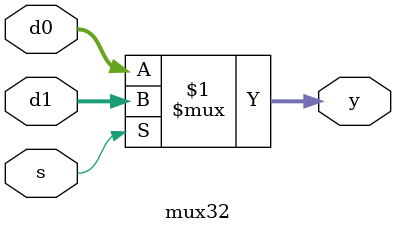
<source format=sv>
module mux32
    
    (input logic [31:0] d0, d1,
     input logic s,
     output logic [31:0] y);

     assign y = s ? d1 : d0;

endmodule 
</source>
